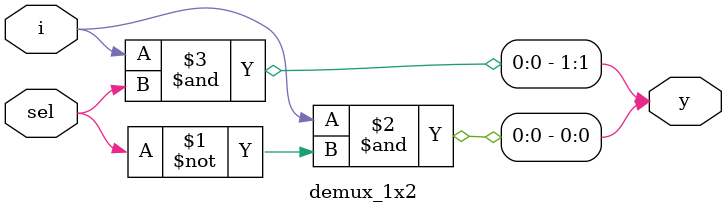
<source format=v>
`timescale 1ns / 1ps


module demux_1x2(
    input i,
    input sel,
    output [1:0] y
    );
    
    assign y[0] = i & (~sel);
    assign y[1] = i & (sel);
    
endmodule

</source>
